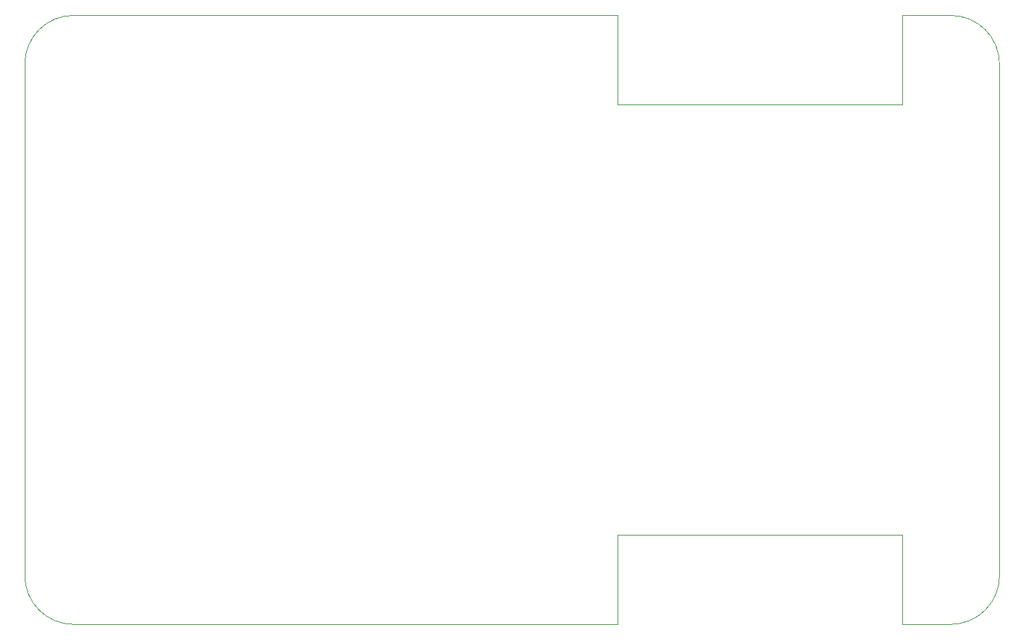
<source format=gm1>
G04 #@! TF.GenerationSoftware,KiCad,Pcbnew,5.99.0-unknown-15c4a7b06~104~ubuntu18.04.1*
G04 #@! TF.CreationDate,2020-09-30T21:22:09+01:00*
G04 #@! TF.ProjectId,nesta proto 2.1,6e657374-6120-4707-926f-746f20322e31,rev?*
G04 #@! TF.SameCoordinates,Original*
G04 #@! TF.FileFunction,Profile,NP*
%FSLAX46Y46*%
G04 Gerber Fmt 4.6, Leading zero omitted, Abs format (unit mm)*
G04 Created by KiCad (PCBNEW 5.99.0-unknown-15c4a7b06~104~ubuntu18.04.1) date 2020-09-30 21:22:09*
%MOMM*%
%LPD*%
G01*
G04 APERTURE LIST*
G04 #@! TA.AperFunction,Profile*
%ADD10C,0.100000*%
G04 #@! TD*
G04 APERTURE END LIST*
D10*
X210000000Y-82000000D02*
X210000000Y-145000000D01*
X198000000Y-140000000D02*
X198000000Y-151000000D01*
X163000000Y-87000000D02*
X198000000Y-87000000D01*
X163000000Y-140000000D02*
X163000000Y-151000000D01*
X210000000Y-145000000D02*
G75*
G02*
X204000000Y-151000000I-6000000J0D01*
G01*
X90000000Y-82000000D02*
G75*
G02*
X96000000Y-76000000I6000000J0D01*
G01*
X163000000Y-87000000D02*
X163000000Y-76000000D01*
X204000000Y-76000000D02*
G75*
G02*
X210000000Y-82000000I0J-6000000D01*
G01*
X96000000Y-151000000D02*
G75*
G02*
X90000000Y-145000000I0J6000000D01*
G01*
X198000000Y-87000000D02*
X198000000Y-76000000D01*
X198000000Y-140000000D02*
X163000000Y-140000000D01*
X198000000Y-76000000D02*
X204000000Y-76000000D01*
X90000000Y-82000000D02*
X90000000Y-145000000D01*
X163000000Y-151000000D02*
X96000000Y-151000000D01*
X198000000Y-151000000D02*
X204000000Y-151000000D01*
X96000000Y-76000000D02*
X163000000Y-76000000D01*
M02*

</source>
